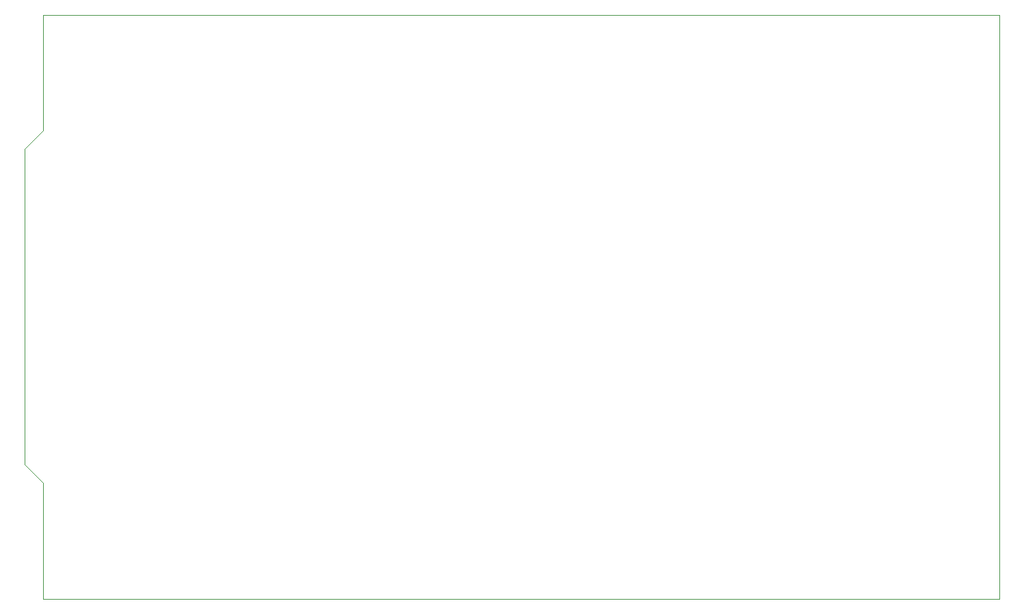
<source format=gm1>
G04 #@! TF.GenerationSoftware,KiCad,Pcbnew,7.0.6*
G04 #@! TF.CreationDate,2024-05-07T04:30:38+03:00*
G04 #@! TF.ProjectId,board-main,626f6172-642d-46d6-9169-6e2e6b696361,rev?*
G04 #@! TF.SameCoordinates,Original*
G04 #@! TF.FileFunction,Profile,NP*
%FSLAX46Y46*%
G04 Gerber Fmt 4.6, Leading zero omitted, Abs format (unit mm)*
G04 Created by KiCad (PCBNEW 7.0.6) date 2024-05-07 04:30:38*
%MOMM*%
%LPD*%
G01*
G04 APERTURE LIST*
G04 #@! TA.AperFunction,Profile*
%ADD10C,0.100000*%
G04 #@! TD*
G04 APERTURE END LIST*
D10*
X31115000Y-62992000D02*
X31115000Y-102108000D01*
X33401000Y-60706000D02*
X31115000Y-62992000D01*
X33401000Y-46355000D02*
X151765000Y-46355000D01*
X33401000Y-46355000D02*
X33401000Y-60706000D01*
X33401000Y-104394000D02*
X33401000Y-118745000D01*
X31115000Y-102108000D02*
X33401000Y-104394000D01*
X151765000Y-118745000D02*
X33401000Y-118745000D01*
X151765000Y-46355000D02*
X151765000Y-118745000D01*
M02*

</source>
